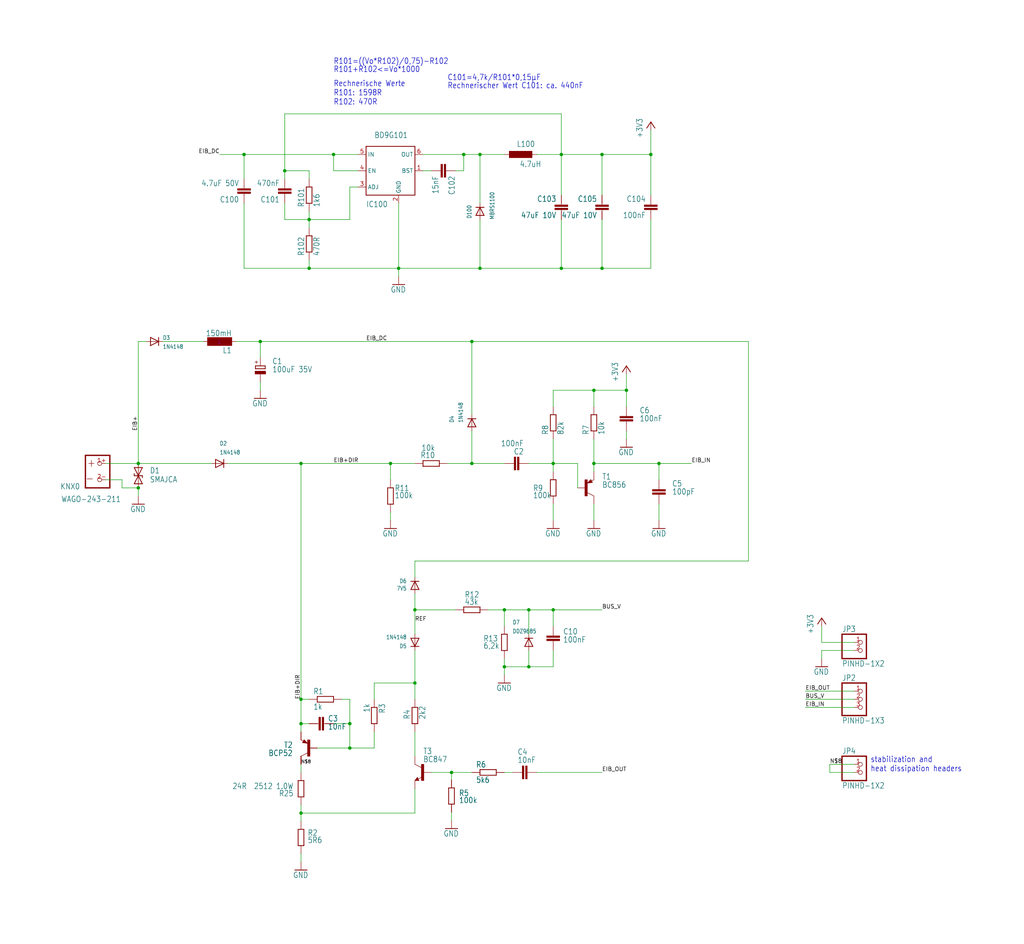
<source format=kicad_sch>
(kicad_sch (version 20240602) (generator "eeschema") (generator_version "8.99")
  (paper "User" 319.71 294.843)
  (lib_symbols
    (symbol "bb_pwr_knx_v-measure-eagle-import:+3V3" (power)
      (symbol "+3V3_1_0"
        (polyline (pts (xy 0 0) (xy -1.27 -1.905)) (stroke (width 0.254)))
        (polyline (pts (xy 1.27 -1.905) (xy 0 0)) (stroke (width 0.254)))
        (pin power_in line (at 0 -2.54 90) (length 2.54) (name "+3V3") (number "1"))
      )
    )
    (symbol "bb_pwr_knx_v-measure-eagle-import:BC847"
      (property "Reference" "T" (at -10.16 7.62 0))
      (symbol "BC847_1_0"
        (rectangle (start -0.254 -2.54) (end 0.508 2.54) (fill (type outline)))
        (polyline (pts (xy 1.27 -2.54) (xy 1.778 -1.524)) (stroke (width 0.1524)))
        (polyline (pts (xy 1.524 -2.286) (xy 1.905 -2.286)) (stroke (width 0.254)))
        (polyline (pts (xy 1.524 -2.413) (xy 2.286 -2.413)) (stroke (width 0.254)))
        (polyline (pts (xy 1.54 -2.04) (xy 0.308 -1.424)) (stroke (width 0.1524)))
        (polyline (pts (xy 1.778 -1.524) (xy 2.54 -2.54)) (stroke (width 0.1524)))
        (polyline (pts (xy 1.778 -1.778) (xy 1.524 -2.286)) (stroke (width 0.254)))
        (polyline (pts (xy 1.905 -2.286) (xy 1.778 -2.032)) (stroke (width 0.254)))
        (polyline (pts (xy 2.286 -2.413) (xy 1.778 -1.778)) (stroke (width 0.254)))
        (polyline (pts (xy 2.54 2.54) (xy 0.508 1.524)) (stroke (width 0.1524)))
        (polyline (pts (xy 2.54 -2.54) (xy 1.27 -2.54)) (stroke (width 0.1524)))
        (pin passive line (at -2.54 0 0) (length 2.54) (name "B") (number "1"))
        (pin passive line (at 2.54 5.08 270) (length 2.54) (name "C") (number "3"))
        (pin passive line (at 2.54 -5.08 90) (length 2.54) (name "E") (number "2"))
      )
    )
    (symbol "bb_pwr_knx_v-measure-eagle-import:BC856SMD"
      (property "Reference" "Q" (at -10.16 7.62 0))
      (symbol "BC856SMD_1_0"
        (rectangle (start -0.254 -2.54) (end 0.508 2.54) (fill (type outline)))
        (polyline (pts (xy 0.516 1.478) (xy 2.086 1.678)) (stroke (width 0.1524)))
        (polyline (pts (xy 0.762 1.651) (xy 1.778 1.778)) (stroke (width 0.254)))
        (polyline (pts (xy 1.143 1.905) (xy 1.524 1.905)) (stroke (width 0.254)))
        (polyline (pts (xy 1.524 2.413) (xy 0.762 1.651)) (stroke (width 0.254)))
        (polyline (pts (xy 1.524 2.159) (xy 1.143 1.905)) (stroke (width 0.254)))
        (polyline (pts (xy 1.578 2.594) (xy 0.516 1.478)) (stroke (width 0.1524)))
        (polyline (pts (xy 1.778 1.778) (xy 1.524 2.159)) (stroke (width 0.254)))
        (polyline (pts (xy 1.905 1.778) (xy 1.524 2.413)) (stroke (width 0.254)))
        (polyline (pts (xy 2.086 1.678) (xy 1.578 2.594)) (stroke (width 0.1524)))
        (polyline (pts (xy 2.54 2.54) (xy 1.808 2.124)) (stroke (width 0.1524)))
        (polyline (pts (xy 2.54 -2.54) (xy 0.508 -1.524)) (stroke (width 0.1524)))
        (pin passive line (at -2.54 0 0) (length 2.54) (name "B") (number "B"))
        (pin passive line (at 2.54 5.08 270) (length 2.54) (name "E") (number "E"))
        (pin passive line (at 2.54 -5.08 90) (length 2.54) (name "C") (number "C"))
      )
    )
    (symbol "bb_pwr_knx_v-measure-eagle-import:BD9G101GBD9G101G-SOT23-6"
      (symbol "BD9G101GBD9G101G-SOT23-6_1_0"
        (polyline (pts (xy -7.62 7.62) (xy 7.62 7.62)) (stroke (width 0.254)))
        (polyline (pts (xy -7.62 -7.62) (xy -7.62 7.62)) (stroke (width 0.254)))
        (polyline (pts (xy 7.62 7.62) (xy 7.62 -7.62)) (stroke (width 0.254)))
        (polyline (pts (xy 7.62 -7.62) (xy -7.62 -7.62)) (stroke (width 0.254)))
        (pin input line (at -10.16 5.08 0) (length 2.54) (name "IN") (number "5"))
        (pin input line (at -10.16 0 0) (length 2.54) (name "EN") (number "4"))
        (pin passive line (at -10.16 -5.08 0) (length 2.54) (name "ADJ") (number "3"))
        (pin power_in line (at 2.54 -10.16 90) (length 2.54) (name "GND") (number "2"))
        (pin output line (at 10.16 5.08 180) (length 2.54) (name "OUT") (number "6"))
        (pin output line (at 10.16 0 180) (length 2.54) (name "BST") (number "1"))
      )
    )
    (symbol "bb_pwr_knx_v-measure-eagle-import:BS11"
      (property "Reference" "L" (at -3.81 1.778 0))
      (symbol "BS11_1_0"
        (rectangle (start -3.81 -1.27) (end 3.81 1.27) (fill (type outline)))
        (pin passive line (at -5.08 0 0) (length 2.54) (name "1") (number "1"))
        (pin passive line (at 5.08 0 180) (length 2.54) (name "2") (number "2"))
      )
    )
    (symbol "bb_pwr_knx_v-measure-eagle-import:C-EUC0805"
      (property "Reference" "C" (at 1.524 0.381 0))
      (symbol "C-EUC0805_1_0"
        (rectangle (start -2.032 -1.016) (end 2.032 -0.508) (fill (type outline)))
        (rectangle (start -2.032 -2.032) (end 2.032 -1.524) (fill (type outline)))
        (polyline (pts (xy 0 0) (xy 0 -0.508)) (stroke (width 0.1524)))
        (polyline (pts (xy 0 -2.54) (xy 0 -2.032)) (stroke (width 0.1524)))
        (pin passive line (at 0 2.54 270) (length 2.54) (name "1") (number "1"))
        (pin passive line (at 0 -5.08 90) (length 2.54) (name "2") (number "2"))
      )
    )
    (symbol "bb_pwr_knx_v-measure-eagle-import:CPOL-EUSANYO_SMD_C6"
      (property "Reference" "C" (at 1.143 0.4826 0))
      (symbol "CPOL-EUSANYO_SMD_C6_1_0"
        (rectangle (start -1.651 -2.54) (end 1.651 -1.651) (fill (type outline)))
        (polyline (pts (xy -1.524 0) (xy -1.524 -0.889)) (stroke (width 0.254)))
        (polyline (pts (xy -1.524 0) (xy 1.524 0)) (stroke (width 0.254)))
        (polyline (pts (xy -1.524 -0.889) (xy 1.524 -0.889)) (stroke (width 0.254)))
        (polyline (pts (xy 1.524 -0.889) (xy 1.524 0)) (stroke (width 0.254)))
        (text "+" (at -0.5842 0.4064 900) (effects (font (size 1.27 1.0795)) (justify left bottom)))
        (pin passive line (at 0 2.54 270) (length 2.54) (name "+") (number "+"))
        (pin passive line (at 0 -5.08 90) (length 2.54) (name "-") (number "-"))
      )
    )
    (symbol "bb_pwr_knx_v-measure-eagle-import:DIODESOD-123"
      (property "Reference" "D" (at -2.54 2.54 0))
      (symbol "DIODESOD-123_1_0"
        (polyline (pts (xy -1.27 1.27) (xy -1.27 -1.27)) (stroke (width 0.254)))
        (polyline (pts (xy -1.27 -1.27) (xy 1.27 0)) (stroke (width 0.254)))
        (polyline (pts (xy 1.27 1.27) (xy 1.27 0)) (stroke (width 0.254)))
        (polyline (pts (xy 1.27 0) (xy -1.27 1.27)) (stroke (width 0.254)))
        (polyline (pts (xy 1.27 0) (xy 1.27 -1.27)) (stroke (width 0.254)))
        (pin passive line (at -2.54 0 0) (length 2.54) (name "A") (number "A"))
        (pin passive line (at 2.54 0 180) (length 2.54) (name "C") (number "C"))
      )
    )
    (symbol "bb_pwr_knx_v-measure-eagle-import:FZT753SMD"
      (property "Reference" "Q" (at -10.16 7.62 0))
      (symbol "FZT753SMD_1_0"
        (rectangle (start -0.254 -2.54) (end 0.508 2.54) (fill (type outline)))
        (polyline (pts (xy 0.516 1.478) (xy 2.086 1.678)) (stroke (width 0.1524)))
        (polyline (pts (xy 0.762 1.651) (xy 1.778 1.778)) (stroke (width 0.254)))
        (polyline (pts (xy 1.143 1.905) (xy 1.524 1.905)) (stroke (width 0.254)))
        (polyline (pts (xy 1.524 2.413) (xy 0.762 1.651)) (stroke (width 0.254)))
        (polyline (pts (xy 1.524 2.159) (xy 1.143 1.905)) (stroke (width 0.254)))
        (polyline (pts (xy 1.578 2.594) (xy 0.516 1.478)) (stroke (width 0.1524)))
        (polyline (pts (xy 1.778 1.778) (xy 1.524 2.159)) (stroke (width 0.254)))
        (polyline (pts (xy 1.905 1.778) (xy 1.524 2.413)) (stroke (width 0.254)))
        (polyline (pts (xy 2.086 1.678) (xy 1.578 2.594)) (stroke (width 0.1524)))
        (polyline (pts (xy 2.54 2.54) (xy 1.808 2.124)) (stroke (width 0.1524)))
        (polyline (pts (xy 2.54 -2.54) (xy 0.508 -1.524)) (stroke (width 0.1524)))
        (pin passive line (at -2.54 0 0) (length 2.54) (name "B") (number "1"))
        (pin passive line (at 2.54 5.08 270) (length 2.54) (name "E") (number "3"))
        (pin passive line (at 2.54 -5.08 90) (length 2.54) (name "C") (number "2"))
        (pin passive line (at 2.54 -5.08 90) (length 2.54) (name "C") (number "4"))
      )
    )
    (symbol "bb_pwr_knx_v-measure-eagle-import:GND" (power)
      (symbol "GND_1_0"
        (polyline (pts (xy -1.905 0) (xy 1.905 0)) (stroke (width 0.254)))
        (pin power_in line (at 0 2.54 270) (length 2.54) (name "GND") (number "1"))
      )
    )
    (symbol "bb_pwr_knx_v-measure-eagle-import:L-EUL4532P"
      (property "Reference" "L" (at -1.4986 -3.81 90))
      (symbol "L-EUL4532P_1_0"
        (rectangle (start -1.016 -3.556) (end 1.016 3.556) (fill (type outline)))
        (pin passive line (at 0 5.08 270) (length 2.54) (name "1") (number "1"))
        (pin passive line (at 0 -5.08 90) (length 2.54) (name "2") (number "2"))
      )
    )
    (symbol "bb_pwr_knx_v-measure-eagle-import:PINHD-1X2"
      (property "Reference" "JP" (at -6.35 5.715 0))
      (symbol "PINHD-1X2_1_0"
        (polyline (pts (xy -6.35 5.08) (xy -6.35 -2.54)) (stroke (width 0.4064)))
        (polyline (pts (xy -6.35 -2.54) (xy 1.27 -2.54)) (stroke (width 0.4064)))
        (polyline (pts (xy 1.27 5.08) (xy -6.35 5.08)) (stroke (width 0.4064)))
        (polyline (pts (xy 1.27 -2.54) (xy 1.27 5.08)) (stroke (width 0.4064)))
        (pin passive inverted (at -2.54 2.54 0) (length 2.54) (name "1") (number "1"))
        (pin passive inverted (at -2.54 0 0) (length 2.54) (name "2") (number "2"))
      )
    )
    (symbol "bb_pwr_knx_v-measure-eagle-import:PINHD-1X3"
      (property "Reference" "JP" (at -6.35 5.715 0))
      (symbol "PINHD-1X3_1_0"
        (polyline (pts (xy -6.35 5.08) (xy -6.35 -5.08)) (stroke (width 0.4064)))
        (polyline (pts (xy -6.35 -5.08) (xy 1.27 -5.08)) (stroke (width 0.4064)))
        (polyline (pts (xy 1.27 5.08) (xy -6.35 5.08)) (stroke (width 0.4064)))
        (polyline (pts (xy 1.27 -5.08) (xy 1.27 5.08)) (stroke (width 0.4064)))
        (pin passive inverted (at -2.54 2.54 0) (length 2.54) (name "1") (number "1"))
        (pin passive inverted (at -2.54 0 0) (length 2.54) (name "2") (number "2"))
        (pin passive inverted (at -2.54 -2.54 0) (length 2.54) (name "3") (number "3"))
      )
    )
    (symbol "bb_pwr_knx_v-measure-eagle-import:R-EU_R0805"
      (property "Reference" "R" (at -3.81 1.4986 0))
      (symbol "R-EU_R0805_1_0"
        (polyline (pts (xy -2.54 -0.889) (xy 2.54 -0.889)) (stroke (width 0.254)))
        (polyline (pts (xy -2.54 -0.889) (xy -2.54 0.889)) (stroke (width 0.254)))
        (polyline (pts (xy 2.54 0.889) (xy -2.54 0.889)) (stroke (width 0.254)))
        (polyline (pts (xy 2.54 -0.889) (xy 2.54 0.889)) (stroke (width 0.254)))
        (pin passive line (at -5.08 0 0) (length 2.54) (name "1") (number "1"))
        (pin passive line (at 5.08 0 180) (length 2.54) (name "2") (number "2"))
      )
    )
    (symbol "bb_pwr_knx_v-measure-eagle-import:R-EU_R2512"
      (property "Reference" "R" (at -3.81 1.4986 0))
      (symbol "R-EU_R2512_1_0"
        (polyline (pts (xy -2.54 -0.889) (xy -2.54 0.889)) (stroke (width 0.254)))
        (polyline (pts (xy -2.54 -0.889) (xy 2.54 -0.889)) (stroke (width 0.254)))
        (polyline (pts (xy 2.54 0.889) (xy -2.54 0.889)) (stroke (width 0.254)))
        (polyline (pts (xy 2.54 -0.889) (xy 2.54 0.889)) (stroke (width 0.254)))
        (pin passive line (at -5.08 0 0) (length 2.54) (name "1") (number "1"))
        (pin passive line (at 5.08 0 180) (length 2.54) (name "2") (number "2"))
      )
    )
    (symbol "bb_pwr_knx_v-measure-eagle-import:SMAJCA"
      (property "Reference" "D" (at -1.524 1.905 0))
      (symbol "SMAJCA_1_0"
        (polyline (pts (xy -1.27 1.27) (xy -1.27 -1.27)) (stroke (width 0.254)))
        (polyline (pts (xy -1.27 -1.27) (xy 1.27 0)) (stroke (width 0.254)))
        (polyline (pts (xy 0 0) (xy 1.27 0)) (stroke (width 0.1524)))
        (polyline (pts (xy 1.27 1.27) (xy 1.27 0)) (stroke (width 0.254)))
        (polyline (pts (xy 1.27 0) (xy 2.54 0)) (stroke (width 0.1524)))
        (polyline (pts (xy 1.27 0) (xy 1.27 -1.27)) (stroke (width 0.254)))
        (polyline (pts (xy 1.27 0) (xy 3.81 1.27)) (stroke (width 0.254)))
        (polyline (pts (xy 1.27 0) (xy -1.27 1.27)) (stroke (width 0.254)))
        (polyline (pts (xy 1.27 -1.27) (xy 0.635 -1.27)) (stroke (width 0.254)))
        (polyline (pts (xy 1.905 1.27) (xy 1.27 1.27)) (stroke (width 0.254)))
        (polyline (pts (xy 3.81 1.27) (xy 3.81 -1.27)) (stroke (width 0.254)))
        (polyline (pts (xy 3.81 -1.27) (xy 1.27 0)) (stroke (width 0.254)))
        (pin passive line (at -2.54 0 0) (length 2.54) (name "1") (number "A"))
        (pin passive line (at 5.08 0 180) (length 2.54) (name "2") (number "C"))
      )
    )
    (symbol "bb_pwr_knx_v-measure-eagle-import:WAGO-243-211"
      (symbol "WAGO-243-211_1_0"
        (polyline (pts (xy -1.27 5.08) (xy -1.27 -5.08)) (stroke (width 0.4064)))
        (polyline (pts (xy -1.27 -5.08) (xy 6.35 -5.08)) (stroke (width 0.4064)))
        (polyline (pts (xy 6.35 5.08) (xy -1.27 5.08)) (stroke (width 0.4064)))
        (polyline (pts (xy 6.35 -5.08) (xy 6.35 5.08)) (stroke (width 0.4064)))
        (text "+" (at 3.048 1.27 0) (effects (font (size 2.54 2.159)) (justify left bottom)))
        (text "-" (at 3.556 -3.556 0) (effects (font (size 2.54 2.159)) (justify left bottom)))
        (pin passive inverted (at 0 2.54 0) (length 2.54) (name "1+") (number "1+"))
        (pin passive inverted (at 0 -2.54 0) (length 2.54) (name "2-") (number "2-"))
      )
    )
  )
  (text "R101=((Vo*R102)/0,75)-R102" (at 104.14 20.32 0) (effects (font (size 1.778 1.5113)) (justify left bottom)))
  (text "stabilization and\nheat dissipation headers" (at 271.78 241.3 0) (effects (font (size 1.778 1.5113)) (justify left bottom)))
  (text "R101+R102<=Vo*1000" (at 104.14 22.86 0) (effects (font (size 1.778 1.5113)) (justify left bottom)))
  (text "Rechnerischer Wert C101: ca. 440nF" (at 139.7 27.94 0) (effects (font (size 1.778 1.5113)) (justify left bottom)))
  (text "C101=4,7k/R101*0,15µF" (at 139.7 25.4 0) (effects (font (size 1.778 1.5113)) (justify left bottom)))
  (text "Rechnerische Werte\nR101: 1598R\nR102: 470R" (at 104.14 33.02 0) (effects (font (size 1.778 1.5113)) (justify left bottom)))
  (junction (at 104.14 48.26))
  (junction (at 205.74 144.78))
  (junction (at 96.52 68.58))
  (junction (at 96.52 83.82))
  (junction (at 172.72 190.5))
  (junction (at 81.28 106.68))
  (junction (at 157.48 208.28))
  (junction (at 185.42 144.78))
  (junction (at 157.48 190.5))
  (junction (at 165.1 208.28))
  (junction (at 109.22 233.68))
  (junction (at 187.96 83.82))
  (junction (at 175.26 48.26))
  (junction (at 88.9 53.34))
  (junction (at 165.1 190.5))
  (junction (at 93.98 144.78))
  (junction (at 144.78 48.26))
  (junction (at 195.58 121.92))
  (junction (at 129.54 213.36))
  (junction (at 93.98 226.06))
  (junction (at 203.2 48.26))
  (junction (at 76.2 48.26))
  (junction (at 93.98 254))
  (junction (at 187.96 48.26))
  (junction (at 185.42 121.92))
  (junction (at 124.46 83.82))
  (junction (at 140.97 241.3))
  (junction (at 129.54 190.5))
  (junction (at 121.92 144.78))
  (junction (at 175.26 83.82))
  (junction (at 109.22 226.06))
  (junction (at 172.72 144.78))
  (junction (at 147.32 144.78))
  (junction (at 93.98 218.44))
  (junction (at 147.32 106.68))
  (junction (at 43.18 144.78))
  (junction (at 149.86 48.26))
  (junction (at 43.18 152.4))
  (junction (at 149.86 83.82))
  (wire (pts (xy 185.42 121.92) (xy 185.42 127)) (stroke (width 0.1524)))
  (wire (pts (xy 175.26 83.82) (xy 175.26 68.58)) (stroke (width 0.1524)))
  (wire (pts (xy 256.54 205.74) (xy 256.54 203.2)) (stroke (width 0.1524)))
  (wire (pts (xy 160.02 241.3) (xy 157.48 241.3)) (stroke (width 0.1524)))
  (wire (pts (xy 175.26 48.26) (xy 175.26 60.96)) (stroke (width 0.1524)))
  (wire (pts (xy 205.74 144.78) (xy 185.42 144.78)) (stroke (width 0.1524)))
  (wire (pts (xy 93.98 218.44) (xy 93.98 144.78)) (stroke (width 0.1524)))
  (wire (pts (xy 157.48 210.82) (xy 157.48 208.28)) (stroke (width 0.1524)))
  (wire (pts (xy 96.52 71.12) (xy 96.52 68.58)) (stroke (width 0.1524)))
  (wire (pts (xy 172.72 137.16) (xy 172.72 144.78)) (stroke (width 0.1524)))
  (wire (pts (xy 96.52 81.28) (xy 96.52 83.82)) (stroke (width 0.1524)))
  (wire (pts (xy 187.96 60.96) (xy 187.96 48.26)) (stroke (width 0.1524)))
  (wire (pts (xy 205.74 144.78) (xy 215.9 144.78)) (stroke (width 0.1524)))
  (wire (pts (xy 259.08 238.76) (xy 259.08 241.3)) (stroke (width 0.1524)))
  (wire (pts (xy 93.98 266.7) (xy 93.98 269.24)) (stroke (width 0.1524)))
  (wire (pts (xy 195.58 134.62) (xy 195.58 137.16)) (stroke (width 0.1524)))
  (wire (pts (xy 76.2 48.26) (xy 104.14 48.26)) (stroke (width 0.1524)))
  (wire (pts (xy 38.1 149.86) (xy 33.02 149.86)) (stroke (width 0.1524)))
  (wire (pts (xy 144.78 53.34) (xy 144.78 48.26)) (stroke (width 0.1524)))
  (wire (pts (xy 266.7 238.76) (xy 259.08 238.76)) (stroke (width 0.1524)))
  (wire (pts (xy 124.46 83.82) (xy 96.52 83.82)) (stroke (width 0.1524)))
  (wire (pts (xy 203.2 40.64) (xy 203.2 48.26)) (stroke (width 0.1524)))
  (wire (pts (xy 88.9 68.58) (xy 96.52 68.58)) (stroke (width 0.1524)))
  (wire (pts (xy 66.04 144.78) (xy 43.18 144.78)) (stroke (width 0.1524)))
  (wire (pts (xy 167.64 241.3) (xy 187.96 241.3)) (stroke (width 0.1524)))
  (wire (pts (xy 93.98 238.76) (xy 93.98 241.3)) (stroke (width 0.1524)))
  (wire (pts (xy 68.58 48.26) (xy 76.2 48.26)) (stroke (width 0.1524)))
  (wire (pts (xy 140.97 243.586) (xy 140.97 241.3)) (stroke (width 0.1524)))
  (wire (pts (xy 259.08 241.3) (xy 266.7 241.3)) (stroke (width 0.1524)))
  (wire (pts (xy 88.9 63.5) (xy 88.9 68.58)) (stroke (width 0.1524)))
  (wire (pts (xy 129.54 190.5) (xy 129.54 198.12)) (stroke (width 0.1524)))
  (wire (pts (xy 147.32 129.54) (xy 147.32 106.68)) (stroke (width 0.1524)))
  (wire (pts (xy 124.46 83.82) (xy 149.86 83.82)) (stroke (width 0.1524)))
  (wire (pts (xy 203.2 83.82) (xy 187.96 83.82)) (stroke (width 0.1524)))
  (wire (pts (xy 256.54 200.66) (xy 256.54 195.58)) (stroke (width 0.1524)))
  (wire (pts (xy 109.22 233.68) (xy 116.84 233.68)) (stroke (width 0.1524)))
  (wire (pts (xy 157.48 190.5) (xy 165.1 190.5)) (stroke (width 0.1524)))
  (wire (pts (xy 116.84 213.36) (xy 116.84 218.44)) (stroke (width 0.1524)))
  (wire (pts (xy 185.42 162.56) (xy 185.42 157.48)) (stroke (width 0.1524)))
  (wire (pts (xy 144.78 48.26) (xy 149.86 48.26)) (stroke (width 0.1524)))
  (wire (pts (xy 38.1 149.86) (xy 38.1 152.4)) (stroke (width 0.1524)))
  (wire (pts (xy 43.18 144.78) (xy 43.18 106.68)) (stroke (width 0.1524)))
  (wire (pts (xy 129.54 246.38) (xy 129.54 254)) (stroke (width 0.1524)))
  (wire (pts (xy 142.24 53.34) (xy 144.78 53.34)) (stroke (width 0.1524)))
  (wire (pts (xy 76.2 63.5) (xy 76.2 83.82)) (stroke (width 0.1524)))
  (wire (pts (xy 73.66 106.68) (xy 81.28 106.68)) (stroke (width 0.1524)))
  (wire (pts (xy 104.14 48.26) (xy 111.76 48.26)) (stroke (width 0.1524)))
  (wire (pts (xy 157.48 195.58) (xy 157.48 190.5)) (stroke (width 0.1524)))
  (wire (pts (xy 165.1 144.78) (xy 172.72 144.78)) (stroke (width 0.1524)))
  (wire (pts (xy 175.26 48.26) (xy 167.64 48.26)) (stroke (width 0.1524)))
  (wire (pts (xy 134.62 53.34) (xy 132.08 53.34)) (stroke (width 0.1524)))
  (wire (pts (xy 129.54 175.26) (xy 129.54 180.34)) (stroke (width 0.1524)))
  (wire (pts (xy 111.76 58.42) (xy 109.22 58.42)) (stroke (width 0.1524)))
  (wire (pts (xy 147.32 134.62) (xy 147.32 144.78)) (stroke (width 0.1524)))
  (wire (pts (xy 233.68 106.68) (xy 147.32 106.68)) (stroke (width 0.1524)))
  (wire (pts (xy 149.86 63.5) (xy 149.86 48.26)) (stroke (width 0.1524)))
  (wire (pts (xy 132.08 48.26) (xy 144.78 48.26)) (stroke (width 0.1524)))
  (wire (pts (xy 104.14 53.34) (xy 111.76 53.34)) (stroke (width 0.1524)))
  (wire (pts (xy 96.52 55.88) (xy 96.52 53.34)) (stroke (width 0.1524)))
  (wire (pts (xy 129.54 213.36) (xy 116.84 213.36)) (stroke (width 0.1524)))
  (wire (pts (xy 129.54 144.78) (xy 121.92 144.78)) (stroke (width 0.1524)))
  (wire (pts (xy 185.42 121.92) (xy 195.58 121.92)) (stroke (width 0.1524)))
  (wire (pts (xy 124.46 86.36) (xy 124.46 83.82)) (stroke (width 0.1524)))
  (wire (pts (xy 43.18 144.78) (xy 33.02 144.78)) (stroke (width 0.1524)))
  (wire (pts (xy 266.7 218.44) (xy 251.46 218.44)) (stroke (width 0.1524)))
  (wire (pts (xy 152.4 190.5) (xy 157.48 190.5)) (stroke (width 0.1524)))
  (wire (pts (xy 121.92 160.02) (xy 121.92 162.56)) (stroke (width 0.1524)))
  (wire (pts (xy 106.68 218.44) (xy 109.22 218.44)) (stroke (width 0.1524)))
  (wire (pts (xy 129.54 236.22) (xy 129.54 228.6)) (stroke (width 0.1524)))
  (wire (pts (xy 129.54 203.2) (xy 129.54 213.36)) (stroke (width 0.1524)))
  (wire (pts (xy 165.1 190.5) (xy 172.72 190.5)) (stroke (width 0.1524)))
  (wire (pts (xy 96.52 68.58) (xy 109.22 68.58)) (stroke (width 0.1524)))
  (wire (pts (xy 175.26 83.82) (xy 149.86 83.82)) (stroke (width 0.1524)))
  (wire (pts (xy 185.42 121.92) (xy 172.72 121.92)) (stroke (width 0.1524)))
  (wire (pts (xy 93.98 226.06) (xy 93.98 218.44)) (stroke (width 0.1524)))
  (wire (pts (xy 88.9 53.34) (xy 88.9 35.56)) (stroke (width 0.1524)))
  (wire (pts (xy 147.32 144.78) (xy 157.48 144.78)) (stroke (width 0.1524)))
  (wire (pts (xy 121.92 144.78) (xy 93.98 144.78)) (stroke (width 0.1524)))
  (wire (pts (xy 149.86 68.58) (xy 149.86 83.82)) (stroke (width 0.1524)))
  (wire (pts (xy 175.26 48.26) (xy 187.96 48.26)) (stroke (width 0.1524)))
  (wire (pts (xy 81.28 111.76) (xy 81.28 106.68)) (stroke (width 0.1524)))
  (wire (pts (xy 96.52 53.34) (xy 88.9 53.34)) (stroke (width 0.1524)))
  (wire (pts (xy 88.9 35.56) (xy 175.26 35.56)) (stroke (width 0.1524)))
  (wire (pts (xy 129.54 218.44) (xy 129.54 213.36)) (stroke (width 0.1524)))
  (wire (pts (xy 140.97 241.3) (xy 147.32 241.3)) (stroke (width 0.1524)))
  (wire (pts (xy 96.52 218.44) (xy 93.98 218.44)) (stroke (width 0.1524)))
  (wire (pts (xy 205.74 162.56) (xy 205.74 157.48)) (stroke (width 0.1524)))
  (wire (pts (xy 205.74 149.86) (xy 205.74 144.78)) (stroke (width 0.1524)))
  (wire (pts (xy 185.42 137.16) (xy 185.42 144.78)) (stroke (width 0.1524)))
  (wire (pts (xy 175.26 35.56) (xy 175.26 48.26)) (stroke (width 0.1524)))
  (wire (pts (xy 266.7 220.98) (xy 251.46 220.98)) (stroke (width 0.1524)))
  (wire (pts (xy 187.96 68.58) (xy 187.96 83.82)) (stroke (width 0.1524)))
  (wire (pts (xy 109.22 58.42) (xy 109.22 68.58)) (stroke (width 0.1524)))
  (wire (pts (xy 233.68 106.68) (xy 233.68 175.26)) (stroke (width 0.1524)))
  (wire (pts (xy 88.9 55.88) (xy 88.9 53.34)) (stroke (width 0.1524)))
  (wire (pts (xy 129.54 254) (xy 93.98 254)) (stroke (width 0.1524)))
  (wire (pts (xy 172.72 162.56) (xy 172.72 157.48)) (stroke (width 0.1524)))
  (wire (pts (xy 165.1 203.2) (xy 165.1 208.28)) (stroke (width 0.1524)))
  (wire (pts (xy 195.58 121.92) (xy 195.58 116.84)) (stroke (width 0.1524)))
  (wire (pts (xy 43.18 106.68) (xy 45.72 106.68)) (stroke (width 0.1524)))
  (wire (pts (xy 172.72 144.78) (xy 172.72 147.32)) (stroke (width 0.1524)))
  (wire (pts (xy 93.98 228.6) (xy 93.98 226.06)) (stroke (width 0.1524)))
  (wire (pts (xy 76.2 55.88) (xy 76.2 48.26)) (stroke (width 0.1524)))
  (wire (pts (xy 203.2 48.26) (xy 203.2 60.96)) (stroke (width 0.1524)))
  (wire (pts (xy 109.22 233.68) (xy 99.06 233.68)) (stroke (width 0.1524)))
  (wire (pts (xy 109.22 226.06) (xy 109.22 233.68)) (stroke (width 0.1524)))
  (wire (pts (xy 129.54 185.42) (xy 129.54 190.5)) (stroke (width 0.1524)))
  (wire (pts (xy 93.98 251.46) (xy 93.98 254)) (stroke (width 0.1524)))
  (wire (pts (xy 93.98 254) (xy 93.98 256.54)) (stroke (width 0.1524)))
  (wire (pts (xy 172.72 208.28) (xy 172.72 203.2)) (stroke (width 0.1524)))
  (wire (pts (xy 81.28 119.38) (xy 81.28 121.92)) (stroke (width 0.1524)))
  (wire (pts (xy 172.72 121.92) (xy 172.72 127)) (stroke (width 0.1524)))
  (wire (pts (xy 256.54 203.2) (xy 266.7 203.2)) (stroke (width 0.1524)))
  (wire (pts (xy 266.7 215.9) (xy 251.46 215.9)) (stroke (width 0.1524)))
  (wire (pts (xy 50.8 106.68) (xy 63.5 106.68)) (stroke (width 0.1524)))
  (wire (pts (xy 104.14 53.34) (xy 104.14 48.26)) (stroke (width 0.1524)))
  (wire (pts (xy 195.58 127) (xy 195.58 121.92)) (stroke (width 0.1524)))
  (wire (pts (xy 43.18 154.94) (xy 43.18 152.4)) (stroke (width 0.1524)))
  (wire (pts (xy 116.84 233.68) (xy 116.84 228.6)) (stroke (width 0.1524)))
  (wire (pts (xy 93.98 144.78) (xy 71.12 144.78)) (stroke (width 0.1524)))
  (wire (pts (xy 172.72 208.28) (xy 165.1 208.28)) (stroke (width 0.1524)))
  (wire (pts (xy 180.34 152.4) (xy 180.34 144.78)) (stroke (width 0.1524)))
  (wire (pts (xy 96.52 83.82) (xy 76.2 83.82)) (stroke (width 0.1524)))
  (wire (pts (xy 172.72 190.5) (xy 187.96 190.5)) (stroke (width 0.1524)))
  (wire (pts (xy 149.86 48.26) (xy 157.48 48.26)) (stroke (width 0.1524)))
  (wire (pts (xy 121.92 149.86) (xy 121.92 144.78)) (stroke (width 0.1524)))
  (wire (pts (xy 203.2 68.58) (xy 203.2 83.82)) (stroke (width 0.1524)))
  (wire (pts (xy 172.72 144.78) (xy 180.34 144.78)) (stroke (width 0.1524)))
  (wire (pts (xy 139.7 144.78) (xy 147.32 144.78)) (stroke (width 0.1524)))
  (wire (pts (xy 109.22 218.44) (xy 109.22 226.06)) (stroke (width 0.1524)))
  (wire (pts (xy 142.24 190.5) (xy 129.54 190.5)) (stroke (width 0.1524)))
  (wire (pts (xy 165.1 198.12) (xy 165.1 190.5)) (stroke (width 0.1524)))
  (wire (pts (xy 187.96 83.82) (xy 175.26 83.82)) (stroke (width 0.1524)))
  (wire (pts (xy 96.52 226.06) (xy 93.98 226.06)) (stroke (width 0.1524)))
  (wire (pts (xy 96.52 66.04) (xy 96.52 68.58)) (stroke (width 0.1524)))
  (wire (pts (xy 104.14 226.06) (xy 109.22 226.06)) (stroke (width 0.1524)))
  (wire (pts (xy 134.62 241.3) (xy 140.97 241.3)) (stroke (width 0.1524)))
  (wire (pts (xy 147.32 106.68) (xy 81.28 106.68)) (stroke (width 0.1524)))
  (wire (pts (xy 124.46 83.82) (xy 124.46 63.5)) (stroke (width 0.1524)))
  (wire (pts (xy 140.97 256.286) (xy 140.97 253.746)) (stroke (width 0.1524)))
  (wire (pts (xy 157.48 208.28) (xy 157.48 205.74)) (stroke (width 0.1524)))
  (wire (pts (xy 185.42 144.78) (xy 185.42 147.32)) (stroke (width 0.1524)))
  (wire (pts (xy 172.72 195.58) (xy 172.72 190.5)) (stroke (width 0.1524)))
  (wire (pts (xy 43.18 152.4) (xy 38.1 152.4)) (stroke (width 0.1524)))
  (wire (pts (xy 157.48 208.28) (xy 165.1 208.28)) (stroke (width 0.1524)))
  (wire (pts (xy 187.96 48.26) (xy 203.2 48.26)) (stroke (width 0.1524)))
  (wire (pts (xy 233.68 175.26) (xy 129.54 175.26)) (stroke (width 0.1524)))
  (wire (pts (xy 266.7 200.66) (xy 256.54 200.66)) (stroke (width 0.1524)))
  (label "EIB_OUT" (at 251.46 215.9 0) (effects (font (size 1.2446 1.2446))))
  (label "EIB+DIR" (at 93.98 218.44 90) (effects (font (size 1.2446 1.2446))))
  (label "EIB_DC" (at 114.3 106.68 0) (effects (font (size 1.2446 1.2446))))
  (label "EIB+DIR" (at 104.14 144.78 0) (effects (font (size 1.2446 1.2446))))
  (label "BUS_V" (at 187.96 190.5 0) (effects (font (size 1.2446 1.2446))))
  (label "N$8" (at 93.98 238.76 0) (effects (font (size 1.016 1.016))))
  (label "REF" (at 129.54 194.31 0) (effects (font (size 1.2446 1.2446))))
  (label "BUS_V" (at 251.46 218.44 0) (effects (font (size 1.2446 1.2446))))
  (label "EIB_DC" (at 68.58 48.26 180) (effects (font (size 1.2446 1.2446))))
  (label "EIB_IN" (at 215.9 144.78 0) (effects (font (size 1.2446 1.2446))))
  (label "EIB+" (at 43.18 134.62 90) (effects (font (size 1.2446 1.2446))))
  (label "EIB_IN" (at 251.46 220.98 0) (effects (font (size 1.2446 1.2446))))
  (label "EIB_OUT" (at 187.96 241.3 0) (effects (font (size 1.2446 1.2446))))
  (label "N$8" (at 259.08 238.76 0) (effects (font (size 1.2446 1.2446))))
  (symbol (lib_id "bb_pwr_knx_v-measure-eagle-import:PINHD-1X2") (at 269.24 203.2 0) (unit 1)
    (property "Reference" "JP3" (at 262.89 197.485 0) (effects (font (size 1.778 1.5113)) (justify left bottom)))
    (property "Value" "PINHD-1X2" (at 262.89 208.28 0) (effects (font (size 1.778 1.5113)) (justify left bottom)))
    (property "Footprint" "bb_pwr_knx_v-measure:1X02" (effects (hide yes)))
  )
  (symbol (lib_id "bb_pwr_knx_v-measure-eagle-import:DIODESOD-123") (at 48.26 106.68 0) (unit 1)
    (property "Reference" "D3" (at 50.8 106.1974 0) (effects (font (size 1.27 1.0795)) (justify left bottom)))
    (property "Value" "1N4148" (at 50.8 108.9914 0) (effects (font (size 1.27 1.0795)) (justify left bottom)))
    (property "Footprint" "bb_pwr_knx_v-measure:SOD-123" (effects (hide yes)))
  )
  (symbol (lib_id "bb_pwr_knx_v-measure-eagle-import:DIODESOD-123") (at 149.86 66.04 90) (unit 1)
    (property "Reference" "D100" (at 147.2184 68.3514 0) (effects (font (size 1.27 1.0795)) (justify left bottom)))
    (property "Value" "MBRS1100" (at 154.3558 68.6054 0) (effects (font (size 1.27 1.0795)) (justify left bottom)))
    (property "Footprint" "bb_pwr_knx_v-measure:SOD-123" (effects (hide yes)))
  )
  (symbol (lib_id "bb_pwr_knx_v-measure-eagle-import:R-EU_R2512") (at 93.98 246.38 90) (unit 1)
    (property "Reference" "R25" (at 91.694 246.8626 90) (effects (font (size 1.778 1.5113)) (justify left bottom)))
    (property "Value" "24R  2512 1.0W" (at 91.694 244.602 90) (effects (font (size 1.778 1.5113)) (justify left bottom)))
    (property "Footprint" "bb_pwr_knx_v-measure:R2512" (effects (hide yes)))
  )
  (symbol (lib_id "bb_pwr_knx_v-measure-eagle-import:GND") (at 121.92 165.1 0) (unit 1)
    (property "Reference" "#GND3" (effects (hide yes)))
    (property "Value" "GND" (at 119.38 167.64 0) (effects (font (size 1.778 1.5113)) (justify left bottom)))
  )
  (symbol (lib_id "bb_pwr_knx_v-measure-eagle-import:WAGO-243-211") (at 33.02 147.32 0) (mirror y) (unit 1)
    (property "Reference" "KNX0" (at 18.796 151.003 0) (effects (font (size 1.778 1.5113)) (justify right top)))
    (property "Value" "WAGO-243-211" (at 19.05 154.94 0) (effects (font (size 1.778 1.5113)) (justify right top)))
    (property "Footprint" "bb_pwr_knx_v-measure:WAGO-243-211" (effects (hide yes)))
  )
  (symbol (lib_id "bb_pwr_knx_v-measure-eagle-import:PINHD-1X3") (at 269.24 218.44 0) (unit 1)
    (property "Reference" "JP2" (at 262.89 212.725 0) (effects (font (size 1.778 1.5113)) (justify left bottom)))
    (property "Value" "PINHD-1X3" (at 262.89 226.06 0) (effects (font (size 1.778 1.5113)) (justify left bottom)))
    (property "Footprint" "bb_pwr_knx_v-measure:1X03" (effects (hide yes)))
  )
  (symbol (lib_id "bb_pwr_knx_v-measure-eagle-import:C-EUC0805") (at 195.58 132.08 180) (unit 1)
    (property "Reference" "C6" (at 199.644 129.159 0) (effects (font (size 1.778 1.5113)) (justify right top)))
    (property "Value" "100nF" (at 199.644 131.699 0) (effects (font (size 1.778 1.5113)) (justify right top)))
    (property "Footprint" "bb_pwr_knx_v-measure:C0805" (effects (hide yes)))
  )
  (symbol (lib_id "bb_pwr_knx_v-measure-eagle-import:R-EU_R0805") (at 93.98 261.62 90) (unit 1)
    (property "Reference" "R2" (at 96.012 261.1374 90) (effects (font (size 1.778 1.5113)) (justify right top)))
    (property "Value" "5R6" (at 96.012 263.398 90) (effects (font (size 1.778 1.5113)) (justify right top)))
    (property "Footprint" "bb_pwr_knx_v-measure:R0805" (effects (hide yes)))
  )
  (symbol (lib_id "bb_pwr_knx_v-measure-eagle-import:BD9G101GBD9G101G-SOT23-6") (at 121.92 53.34 0) (unit 1)
    (property "Reference" "IC100" (at 114.3 64.77 0) (effects (font (size 1.778 1.5113)) (justify left bottom)))
    (property "Value" "BD9G101" (at 116.84 43.18 0) (effects (font (size 1.778 1.5113)) (justify left bottom)))
    (property "Footprint" "bb_pwr_knx_v-measure:SOT23-6" (effects (hide yes)))
  )
  (symbol (lib_id "bb_pwr_knx_v-measure-eagle-import:+3V3") (at 203.2 38.1 0) (unit 1)
    (property "Reference" "#P+3" (effects (hide yes)))
    (property "Value" "+3V3" (at 200.66 43.18 90) (effects (font (size 1.778 1.5113)) (justify left bottom)))
  )
  (symbol (lib_id "bb_pwr_knx_v-measure-eagle-import:DIODESOD-123") (at 68.58 144.78 0) (unit 1)
    (property "Reference" "D2" (at 68.58 139.2174 0) (effects (font (size 1.27 1.0795)) (justify left bottom)))
    (property "Value" "1N4148" (at 68.58 142.0114 0) (effects (font (size 1.27 1.0795)) (justify left bottom)))
    (property "Footprint" "bb_pwr_knx_v-measure:SOD-123" (effects (hide yes)))
  )
  (symbol (lib_id "bb_pwr_knx_v-measure-eagle-import:+3V3") (at 195.58 114.3 0) (unit 1)
    (property "Reference" "#P+7" (effects (hide yes)))
    (property "Value" "+3V3" (at 193.04 119.38 90) (effects (font (size 1.778 1.5113)) (justify left bottom)))
  )
  (symbol (lib_id "bb_pwr_knx_v-measure-eagle-import:GND") (at 124.46 88.9 0) (unit 1)
    (property "Reference" "#GND4" (effects (hide yes)))
    (property "Value" "GND" (at 121.92 91.44 0) (effects (font (size 1.778 1.5113)) (justify left bottom)))
  )
  (symbol (lib_id "bb_pwr_knx_v-measure-eagle-import:GND") (at 93.98 271.78 0) (unit 1)
    (property "Reference" "#GND2" (effects (hide yes)))
    (property "Value" "GND" (at 91.44 274.32 0) (effects (font (size 1.778 1.5113)) (justify left bottom)))
  )
  (symbol (lib_id "bb_pwr_knx_v-measure-eagle-import:R-EU_R0805") (at 121.92 154.94 90) (unit 1)
    (property "Reference" "R11" (at 123.19 153.4414 90) (effects (font (size 1.778 1.5113)) (justify right top)))
    (property "Value" "100k" (at 123.19 155.702 90) (effects (font (size 1.778 1.5113)) (justify right top)))
    (property "Footprint" "bb_pwr_knx_v-measure:R0805" (effects (hide yes)))
  )
  (symbol (lib_id "bb_pwr_knx_v-measure-eagle-import:R-EU_R0805") (at 134.62 144.78 180) (unit 1)
    (property "Reference" "R10" (at 135.89 141.1986 0) (effects (font (size 1.778 1.5113)) (justify left bottom)))
    (property "Value" "10k" (at 135.89 138.938 0) (effects (font (size 1.778 1.5113)) (justify left bottom)))
    (property "Footprint" "bb_pwr_knx_v-measure:R0805" (effects (hide yes)))
  )
  (symbol (lib_id "bb_pwr_knx_v-measure-eagle-import:C-EUC0805") (at 76.2 60.96 180) (unit 1)
    (property "Reference" "C100" (at 74.676 61.341 0) (effects (font (size 1.778 1.5113)) (justify left bottom)))
    (property "Value" "4.7uF 50V" (at 74.676 56.261 0) (effects (font (size 1.778 1.5113)) (justify left bottom)))
    (property "Footprint" "bb_pwr_knx_v-measure:C0805" (effects (hide yes)))
    (property "REICHELT" "X7R-G1206 4,7/50" (effects (hide yes)))
  )
  (symbol (lib_id "bb_pwr_knx_v-measure-eagle-import:+3V3") (at 256.54 193.04 0) (unit 1)
    (property "Reference" "#P+1" (effects (hide yes)))
    (property "Value" "+3V3" (at 254 198.12 90) (effects (font (size 1.778 1.5113)) (justify left bottom)))
  )
  (symbol (lib_id "bb_pwr_knx_v-measure-eagle-import:GND") (at 205.74 165.1 0) (unit 1)
    (property "Reference" "#GND23" (effects (hide yes)))
    (property "Value" "GND" (at 203.2 167.64 0) (effects (font (size 1.778 1.5113)) (justify left bottom)))
  )
  (symbol (lib_id "bb_pwr_knx_v-measure-eagle-import:C-EUC0805") (at 162.56 241.3 90) (unit 1)
    (property "Reference" "C4" (at 161.544 235.839 90) (effects (font (size 1.778 1.5113)) (justify right top)))
    (property "Value" "10nF" (at 161.544 238.379 90) (effects (font (size 1.778 1.5113)) (justify right top)))
    (property "Footprint" "bb_pwr_knx_v-measure:C0805" (effects (hide yes)))
  )
  (symbol (lib_id "bb_pwr_knx_v-measure-eagle-import:SMAJCA") (at 43.18 149.86 90) (unit 1)
    (property "Reference" "D1" (at 46.736 147.955 90) (effects (font (size 1.778 1.5113)) (justify right top)))
    (property "Value" "SMAJCA" (at 46.736 150.749 90) (effects (font (size 1.778 1.5113)) (justify right top)))
    (property "Footprint" "bb_pwr_knx_v-measure:DO214AC" (effects (hide yes)))
  )
  (symbol (lib_id "bb_pwr_knx_v-measure-eagle-import:R-EU_R0805") (at 101.6 218.44 0) (unit 1)
    (property "Reference" "R1" (at 97.79 216.9414 0) (effects (font (size 1.778 1.5113)) (justify left bottom)))
    (property "Value" "1k" (at 97.79 221.742 0) (effects (font (size 1.778 1.5113)) (justify left bottom)))
    (property "Footprint" "bb_pwr_knx_v-measure:R0805" (effects (hide yes)))
  )
  (symbol (lib_id "bb_pwr_knx_v-measure-eagle-import:R-EU_R0805") (at 157.48 200.66 270) (unit 1)
    (property "Reference" "R13" (at 150.876 200.4314 90) (effects (font (size 1.778 1.5113)) (justify left bottom)))
    (property "Value" "6,2k" (at 150.876 202.692 90) (effects (font (size 1.778 1.5113)) (justify left bottom)))
    (property "Footprint" "bb_pwr_knx_v-measure:R0805" (effects (hide yes)))
  )
  (symbol (lib_id "bb_pwr_knx_v-measure-eagle-import:DIODESOD-123") (at 147.32 132.08 90) (unit 1)
    (property "Reference" "D4" (at 141.7574 132.08 0) (effects (font (size 1.27 1.0795)) (justify left bottom)))
    (property "Value" "1N4148" (at 144.5514 132.08 0) (effects (font (size 1.27 1.0795)) (justify left bottom)))
    (property "Footprint" "bb_pwr_knx_v-measure:SOD-123" (effects (hide yes)))
  )
  (symbol (lib_id "bb_pwr_knx_v-measure-eagle-import:R-EU_R0805") (at 185.42 132.08 90) (unit 1)
    (property "Reference" "R7" (at 183.9214 135.89 0) (effects (font (size 1.778 1.5113)) (justify left bottom)))
    (property "Value" "10k" (at 188.722 135.89 0) (effects (font (size 1.778 1.5113)) (justify left bottom)))
    (property "Footprint" "bb_pwr_knx_v-measure:R0805" (effects (hide yes)))
  )
  (symbol (lib_id "bb_pwr_knx_v-measure-eagle-import:GND") (at 43.18 157.48 0) (unit 1)
    (property "Reference" "#GND1" (effects (hide yes)))
    (property "Value" "GND" (at 40.64 160.02 0) (effects (font (size 1.778 1.5113)) (justify left bottom)))
  )
  (symbol (lib_id "bb_pwr_knx_v-measure-eagle-import:C-EUC0805") (at 187.96 63.5 0) (mirror y) (unit 1)
    (property "Reference" "C105" (at 186.436 63.119 0) (effects (font (size 1.778 1.5113)) (justify left bottom)))
    (property "Value" "47uF 10V" (at 186.436 68.199 0) (effects (font (size 1.778 1.5113)) (justify left bottom)))
    (property "Footprint" "bb_pwr_knx_v-measure:C0805" (effects (hide yes)))
  )
  (symbol (lib_id "bb_pwr_knx_v-measure-eagle-import:DIODESOD-123") (at 129.54 200.66 270) (unit 1)
    (property "Reference" "D5" (at 127 201.1426 90) (effects (font (size 1.27 1.0795)) (justify right top)))
    (property "Value" "1N4148" (at 127 198.3486 90) (effects (font (size 1.27 1.0795)) (justify right top)))
    (property "Footprint" "bb_pwr_knx_v-measure:SOD-123" (effects (hide yes)))
  )
  (symbol (lib_id "bb_pwr_knx_v-measure-eagle-import:C-EUC0805") (at 88.9 60.96 180) (unit 1)
    (property "Reference" "C101" (at 87.376 61.341 0) (effects (font (size 1.778 1.5113)) (justify left bottom)))
    (property "Value" "470nF" (at 87.376 56.261 0) (effects (font (size 1.778 1.5113)) (justify left bottom)))
    (property "Footprint" "bb_pwr_knx_v-measure:C0805" (effects (hide yes)))
  )
  (symbol (lib_id "bb_pwr_knx_v-measure-eagle-import:R-EU_R0805") (at 172.72 132.08 90) (unit 1)
    (property "Reference" "R8" (at 171.2214 135.89 0) (effects (font (size 1.778 1.5113)) (justify left bottom)))
    (property "Value" "82k" (at 176.022 135.89 0) (effects (font (size 1.778 1.5113)) (justify left bottom)))
    (property "Footprint" "bb_pwr_knx_v-measure:R0805" (effects (hide yes)))
  )
  (symbol (lib_id "bb_pwr_knx_v-measure-eagle-import:GND") (at 140.97 258.826 0) (unit 1)
    (property "Reference" "#GND7" (effects (hide yes)))
    (property "Value" "GND" (at 138.43 261.366 0) (effects (font (size 1.778 1.5113)) (justify left bottom)))
  )
  (symbol (lib_id "bb_pwr_knx_v-measure-eagle-import:R-EU_R0805") (at 96.52 60.96 90) (unit 1)
    (property "Reference" "R101" (at 95.0214 64.77 0) (effects (font (size 1.778 1.5113)) (justify left bottom)))
    (property "Value" "1k6" (at 99.822 64.77 0) (effects (font (size 1.778 1.5113)) (justify left bottom)))
    (property "Footprint" "bb_pwr_knx_v-measure:R0805" (effects (hide yes)))
  )
  (symbol (lib_id "bb_pwr_knx_v-measure-eagle-import:GND") (at 185.42 165.1 0) (unit 1)
    (property "Reference" "#GND19" (effects (hide yes)))
    (property "Value" "GND" (at 182.88 167.64 0) (effects (font (size 1.778 1.5113)) (justify left bottom)))
  )
  (symbol (lib_id "bb_pwr_knx_v-measure-eagle-import:C-EUC0805") (at 139.7 53.34 270) (unit 1)
    (property "Reference" "C102" (at 140.081 54.864 0) (effects (font (size 1.778 1.5113)) (justify left bottom)))
    (property "Value" "15nF" (at 135.001 54.864 0) (effects (font (size 1.778 1.5113)) (justify left bottom)))
    (property "Footprint" "bb_pwr_knx_v-measure:C0805" (effects (hide yes)))
    (property "REICHELT" "X7R-G0805 15N" (effects (hide yes)))
  )
  (symbol (lib_id "bb_pwr_knx_v-measure-eagle-import:R-EU_R0805") (at 116.84 223.52 270) (unit 1)
    (property "Reference" "R3" (at 118.3386 219.71 0) (effects (font (size 1.778 1.5113)) (justify left bottom)))
    (property "Value" "1k" (at 113.538 219.71 0) (effects (font (size 1.778 1.5113)) (justify left bottom)))
    (property "Footprint" "bb_pwr_knx_v-measure:R0805" (effects (hide yes)))
  )
  (symbol (lib_id "bb_pwr_knx_v-measure-eagle-import:PINHD-1X2") (at 269.24 241.3 0) (unit 1)
    (property "Reference" "JP4" (at 262.89 235.585 0) (effects (font (size 1.778 1.5113)) (justify left bottom)))
    (property "Value" "PINHD-1X2" (at 262.89 246.38 0) (effects (font (size 1.778 1.5113)) (justify left bottom)))
    (property "Footprint" "bb_pwr_knx_v-measure:1X02" (effects (hide yes)))
  )
  (symbol (lib_id "bb_pwr_knx_v-measure-eagle-import:R-EU_R0805") (at 172.72 152.4 90) (unit 1)
    (property "Reference" "R9" (at 166.37 153.4414 90) (effects (font (size 1.778 1.5113)) (justify right top)))
    (property "Value" "100k" (at 166.37 155.702 90) (effects (font (size 1.778 1.5113)) (justify right top)))
    (property "Footprint" "bb_pwr_knx_v-measure:R0805" (effects (hide yes)))
  )
  (symbol (lib_id "bb_pwr_knx_v-measure-eagle-import:R-EU_R0805") (at 147.32 190.5 0) (unit 1)
    (property "Reference" "R12" (at 145.034 186.7154 0) (effects (font (size 1.778 1.5113)) (justify left bottom)))
    (property "Value" "43k" (at 145.034 188.976 0) (effects (font (size 1.778 1.5113)) (justify left bottom)))
    (property "Footprint" "bb_pwr_knx_v-measure:R0805" (effects (hide yes)))
  )
  (symbol (lib_id "bb_pwr_knx_v-measure-eagle-import:C-EUC0805") (at 203.2 63.5 0) (mirror y) (unit 1)
    (property "Reference" "C104" (at 201.676 63.119 0) (effects (font (size 1.778 1.5113)) (justify left bottom)))
    (property "Value" "100nF" (at 201.676 68.199 0) (effects (font (size 1.778 1.5113)) (justify left bottom)))
    (property "Footprint" "bb_pwr_knx_v-measure:C0805" (effects (hide yes)))
  )
  (symbol (lib_id "bb_pwr_knx_v-measure-eagle-import:CPOL-EUSANYO_SMD_C6") (at 81.28 114.3 0) (unit 1)
    (property "Reference" "C1" (at 84.963 113.8174 0) (effects (font (size 1.778 1.5113)) (justify left bottom)))
    (property "Value" "100uF 35V" (at 84.963 116.3574 0) (effects (font (size 1.778 1.5113)) (justify left bottom)))
    (property "Footprint" "bb_pwr_knx_v-measure:SANYO-OSCON_SMD_C6" (effects (hide yes)))
  )
  (symbol (lib_id "bb_pwr_knx_v-measure-eagle-import:BC847") (at 132.08 241.3 0) (mirror y) (unit 1)
    (property "Reference" "T3" (at 132.08 233.68 0) (effects (font (size 1.778 1.5113)) (justify right top)))
    (property "Value" "BC847" (at 132.08 236.22 0) (effects (font (size 1.778 1.5113)) (justify right top)))
    (property "Footprint" "bb_pwr_knx_v-measure:SOT23" (effects (hide yes)))
    (property "REICHELT" "BC 847C SMD" (effects (hide yes)))
  )
  (symbol (lib_id "bb_pwr_knx_v-measure-eagle-import:BS11") (at 68.58 106.68 180) (unit 1)
    (property "Reference" "L1" (at 72.39 108.458 0) (effects (font (size 1.778 1.5113)) (justify left bottom)))
    (property "Value" "150mH" (at 72.39 103.124 0) (effects (font (size 1.778 1.5113)) (justify left bottom)))
    (property "Footprint" "bb_pwr_knx_v-measure:BS11" (effects (hide yes)))
    (property "SPICEPREFIX" "L" (at 68.58 106.68 0))
  )
  (symbol (lib_id "bb_pwr_knx_v-measure-eagle-import:GND") (at 195.58 139.7 0) (unit 1)
    (property "Reference" "#GND9" (effects (hide yes)))
    (property "Value" "GND" (at 193.04 142.24 0) (effects (font (size 1.778 1.5113)) (justify left bottom)))
  )
  (symbol (lib_id "bb_pwr_knx_v-measure-eagle-import:C-EUC0805") (at 205.74 154.94 180) (unit 1)
    (property "Reference" "C5" (at 209.804 152.019 0) (effects (font (size 1.778 1.5113)) (justify right top)))
    (property "Value" "100pF" (at 209.804 154.559 0) (effects (font (size 1.778 1.5113)) (justify right top)))
    (property "Footprint" "bb_pwr_knx_v-measure:C0805" (effects (hide yes)))
  )
  (symbol (lib_id "bb_pwr_knx_v-measure-eagle-import:C-EUC0805") (at 172.72 200.66 180) (unit 1)
    (property "Reference" "C10" (at 175.768 198.247 0) (effects (font (size 1.778 1.5113)) (justify right top)))
    (property "Value" "100nF" (at 175.768 200.787 0) (effects (font (size 1.778 1.5113)) (justify right top)))
    (property "Footprint" "bb_pwr_knx_v-measure:C0805" (effects (hide yes)))
  )
  (symbol (lib_id "bb_pwr_knx_v-measure-eagle-import:GND") (at 157.48 213.36 0) (unit 1)
    (property "Reference" "#GND17" (effects (hide yes)))
    (property "Value" "GND" (at 154.94 215.9 0) (effects (font (size 1.778 1.5113)) (justify left bottom)))
  )
  (symbol (lib_id "bb_pwr_knx_v-measure-eagle-import:C-EUC0805") (at 175.26 63.5 0) (mirror y) (unit 1)
    (property "Reference" "C103" (at 173.736 63.119 0) (effects (font (size 1.778 1.5113)) (justify left bottom)))
    (property "Value" "47uF 10V" (at 173.736 68.199 0) (effects (font (size 1.778 1.5113)) (justify left bottom)))
    (property "Footprint" "bb_pwr_knx_v-measure:C0805" (effects (hide yes)))
  )
  (symbol (lib_id "bb_pwr_knx_v-measure-eagle-import:L-EUL4532P") (at 162.56 48.26 90) (unit 1)
    (property "Reference" "L100" (at 161.29 45.974 90) (effects (font (size 1.778 1.5113)) (justify right top)))
    (property "Value" "4.7uH" (at 169.037 50.292 90) (effects (font (size 1.778 1.5113)) (justify left bottom)))
    (property "Footprint" "bb_pwr_knx_v-measure:L4532P" (effects (hide yes)))
  )
  (symbol (lib_id "bb_pwr_knx_v-measure-eagle-import:BC856SMD") (at 182.88 152.4 0) (unit 1)
    (property "Reference" "T1" (at 187.96 149.86 0) (effects (font (size 1.778 1.5113)) (justify left bottom)))
    (property "Value" "BC856" (at 187.96 152.4 0) (effects (font (size 1.778 1.5113)) (justify left bottom)))
    (property "Footprint" "bb_pwr_knx_v-measure:SOT23-BEC" (effects (hide yes)))
  )
  (symbol (lib_id "bb_pwr_knx_v-measure-eagle-import:R-EU_R0805") (at 96.52 76.2 90) (unit 1)
    (property "Reference" "R102" (at 95.0214 80.01 0) (effects (font (size 1.778 1.5113)) (justify left bottom)))
    (property "Value" "470R" (at 99.822 80.01 0) (effects (font (size 1.778 1.5113)) (justify left bottom)))
    (property "Footprint" "bb_pwr_knx_v-measure:R0805" (effects (hide yes)))
  )
  (symbol (lib_id "bb_pwr_knx_v-measure-eagle-import:FZT753SMD") (at 96.52 233.68 0) (mirror y) (unit 1)
    (property "Reference" "T2" (at 91.44 233.68 0) (effects (font (size 1.778 1.5113)) (justify left bottom)))
    (property "Value" "BCP52" (at 91.44 236.22 0) (effects (font (size 1.778 1.5113)) (justify left bottom)))
    (property "Footprint" "bb_pwr_knx_v-measure:SOT223" (effects (hide yes)))
  )
  (symbol (lib_id "bb_pwr_knx_v-measure-eagle-import:R-EU_R0805") (at 140.97 248.666 270) (unit 1)
    (property "Reference" "R5" (at 143.256 248.6914 90) (effects (font (size 1.778 1.5113)) (justify left bottom)))
    (property "Value" "100k" (at 143.256 250.952 90) (effects (font (size 1.778 1.5113)) (justify left bottom)))
    (property "Footprint" "bb_pwr_knx_v-measure:R0805" (effects (hide yes)))
  )
  (symbol (lib_id "bb_pwr_knx_v-measure-eagle-import:DIODESOD-123") (at 129.54 182.88 90) (unit 1)
    (property "Reference" "D6" (at 127 180.8226 90) (effects (font (size 1.27 1.0795)) (justify left bottom)))
    (property "Value" "7V5" (at 127 183.1086 90) (effects (font (size 1.27 1.0795)) (justify left bottom)))
    (property "Footprint" "bb_pwr_knx_v-measure:SOD-123" (effects (hide yes)))
  )
  (symbol (lib_id "bb_pwr_knx_v-measure-eagle-import:R-EU_R0805") (at 129.54 223.52 90) (unit 1)
    (property "Reference" "R4" (at 128.0414 224.79 0) (effects (font (size 1.778 1.5113)) (justify left bottom)))
    (property "Value" "2k2" (at 132.842 224.79 0) (effects (font (size 1.778 1.5113)) (justify left bottom)))
    (property "Footprint" "bb_pwr_knx_v-measure:R0805" (effects (hide yes)))
  )
  (symbol (lib_id "bb_pwr_knx_v-measure-eagle-import:GND") (at 81.28 124.46 0) (unit 1)
    (property "Reference" "#GND5" (effects (hide yes)))
    (property "Value" "GND" (at 78.74 127 0) (effects (font (size 1.778 1.5113)) (justify left bottom)))
  )
  (symbol (lib_id "bb_pwr_knx_v-measure-eagle-import:GND") (at 256.54 208.28 0) (unit 1)
    (property "Reference" "#GND8" (effects (hide yes)))
    (property "Value" "GND" (at 254 210.82 0) (effects (font (size 1.778 1.5113)) (justify left bottom)))
  )
  (symbol (lib_id "bb_pwr_knx_v-measure-eagle-import:DIODESOD-123") (at 165.1 200.66 90) (unit 1)
    (property "Reference" "D7" (at 160.02 195.0974 90) (effects (font (size 1.27 1.0795)) (justify right top)))
    (property "Value" "DDZ9685" (at 160.02 197.8914 90) (effects (font (size 1.27 1.0795)) (justify right top)))
    (property "Footprint" "bb_pwr_knx_v-measure:SOD-123" (effects (hide yes)))
  )
  (symbol (lib_id "bb_pwr_knx_v-measure-eagle-import:GND") (at 172.72 165.1 0) (unit 1)
    (property "Reference" "#GND10" (effects (hide yes)))
    (property "Value" "GND" (at 170.18 167.64 0) (effects (font (size 1.778 1.5113)) (justify left bottom)))
  )
  (symbol (lib_id "bb_pwr_knx_v-measure-eagle-import:C-EUC0805") (at 99.06 226.06 90) (unit 1)
    (property "Reference" "C3" (at 102.362 225.425 90) (effects (font (size 1.778 1.5113)) (justify right top)))
    (property "Value" "10nF" (at 102.362 227.965 90) (effects (font (size 1.778 1.5113)) (justify right top)))
    (property "Footprint" "bb_pwr_knx_v-measure:C0805" (effects (hide yes)))
  )
  (symbol (lib_id "bb_pwr_knx_v-measure-eagle-import:C-EUC0805") (at 162.56 144.78 270) (unit 1)
    (property "Reference" "C2" (at 163.576 140.081 90) (effects (font (size 1.778 1.5113)) (justify right top)))
    (property "Value" "100nF" (at 163.576 137.541 90) (effects (font (size 1.778 1.5113)) (justify right top)))
    (property "Footprint" "bb_pwr_knx_v-measure:C0805" (effects (hide yes)))
  )
  (symbol (lib_id "bb_pwr_knx_v-measure-eagle-import:R-EU_R0805") (at 152.4 241.3 0) (unit 1)
    (property "Reference" "R6" (at 148.59 239.8014 0) (effects (font (size 1.778 1.5113)) (justify left bottom)))
    (property "Value" "5k6" (at 148.59 244.602 0) (effects (font (size 1.778 1.5113)) (justify left bottom)))
    (property "Footprint" "bb_pwr_knx_v-measure:R0805" (effects (hide yes)))
    (property "REICHELT" "SMD-0805 5,60K" (effects (hide yes)))
  )
)
</source>
